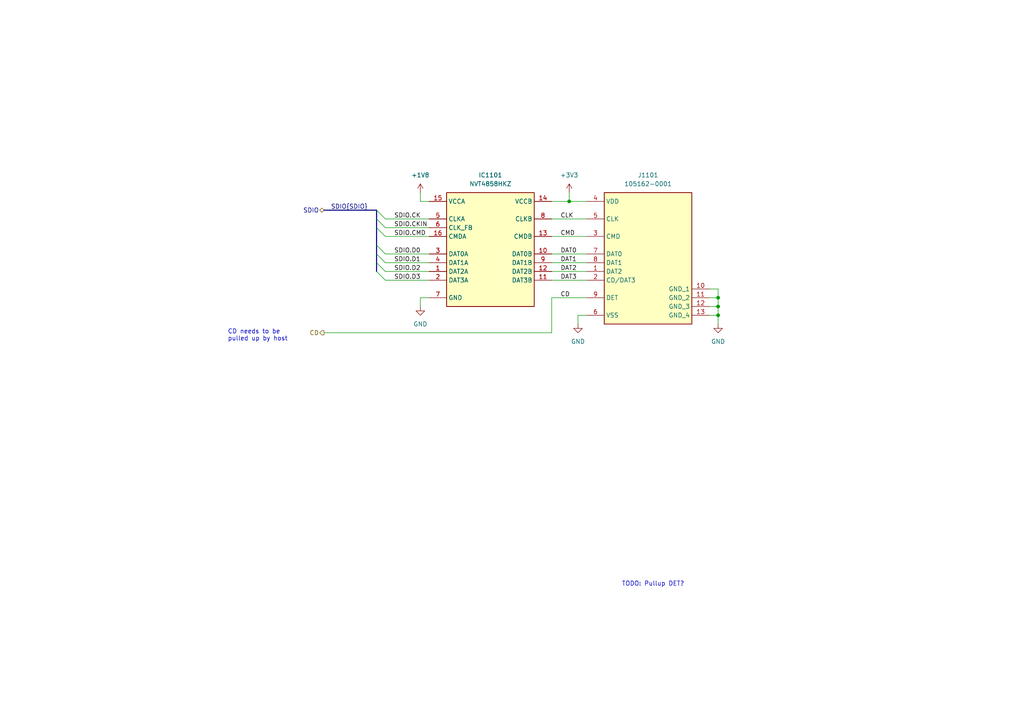
<source format=kicad_sch>
(kicad_sch (version 20230121) (generator eeschema)
  (paper "A4")
  (lib_symbols
    (symbol "105162-0001:105162-0001"
      (property "Reference" "J" (at 0 22.86 0))
      (property "Value" "105162-0001" (at 0 20.32 0))
      (symbol "105162-0001_1_1"
        (rectangle (start -12.7 17.78) (end 12.7 -20.32) (stroke (width 0.254)) (fill (type background)))
        (pin passive line (at -17.78 -5.08 0) (length 5.08) (name "DAT2") (number "1"))
        (pin passive line (at 17.78 -10.16 180) (length 5.08) (name "GND_1") (number "10"))
        (pin passive line (at 17.78 -12.7 180) (length 5.08) (name "GND_2") (number "11"))
        (pin passive line (at 17.78 -15.24 180) (length 5.08) (name "GND_3") (number "12"))
        (pin passive line (at 17.78 -17.78 180) (length 5.08) (name "GND_4") (number "13"))
        (pin passive line (at -17.78 -7.62 0) (length 5.08) (name "CD/DAT3") (number "2"))
        (pin passive line (at -17.78 5.08 0) (length 5.08) (name "CMD") (number "3"))
        (pin passive line (at -17.78 15.24 0) (length 5.08) (name "VDD") (number "4"))
        (pin passive line (at -17.78 10.16 0) (length 5.08) (name "CLK") (number "5"))
        (pin passive line (at -17.78 -17.78 0) (length 5.08) (name "VSS") (number "6"))
        (pin passive line (at -17.78 0 0) (length 5.08) (name "DAT0") (number "7"))
        (pin passive line (at -17.78 -2.54 0) (length 5.08) (name "DAT1") (number "8"))
        (pin passive line (at -17.78 -12.7 0) (length 5.08) (name "DET") (number "9"))
      )
    )
    (symbol "NVT4858HKZ:NVT4858HKZ"
      (property "Reference" "IC" (at 0 20.32 0))
      (property "Value" "NVT4858HKZ" (at 0 17.78 0))
      (symbol "NVT4858HKZ_1_1"
        (rectangle (start -12.7 15.24) (end 12.7 -17.78) (stroke (width 0.254)) (fill (type background)))
        (pin passive line (at -17.78 -7.62 0) (length 5.08) (name "DAT2A") (number "1"))
        (pin passive line (at 17.78 -2.54 180) (length 5.08) (name "DAT0B") (number "10"))
        (pin passive line (at 17.78 -10.16 180) (length 5.08) (name "DAT3B") (number "11"))
        (pin passive line (at 17.78 -7.62 180) (length 5.08) (name "DAT2B") (number "12"))
        (pin passive line (at 17.78 2.54 180) (length 5.08) (name "CMDB") (number "13"))
        (pin passive line (at 17.78 12.7 180) (length 5.08) (name "VCCB") (number "14"))
        (pin passive line (at -17.78 12.7 0) (length 5.08) (name "VCCA") (number "15"))
        (pin passive line (at -17.78 2.54 0) (length 5.08) (name "CMDA") (number "16"))
        (pin passive line (at -17.78 -10.16 0) (length 5.08) (name "DAT3A") (number "2"))
        (pin passive line (at -17.78 -2.54 0) (length 5.08) (name "DAT0A") (number "3"))
        (pin passive line (at -17.78 -5.08 0) (length 5.08) (name "DAT1A") (number "4"))
        (pin passive line (at -17.78 7.62 0) (length 5.08) (name "CLKA") (number "5"))
        (pin passive line (at -17.78 5.08 0) (length 5.08) (name "CLK_FB") (number "6"))
        (pin passive line (at -17.78 -15.24 0) (length 5.08) (name "GND") (number "7"))
        (pin passive line (at 17.78 7.62 180) (length 5.08) (name "CLKB") (number "8"))
        (pin passive line (at 17.78 -5.08 180) (length 5.08) (name "DAT1B") (number "9"))
      )
    )
    (symbol "power:+1V8" (power) (pin_names (offset 0))
      (property "Value" "+1V8" (at 0 3.556 0))
      (symbol "+1V8_0_1"
        (polyline (pts (xy -0.762 1.27) (xy 0 2.54)))
        (polyline (pts (xy 0 0) (xy 0 2.54)))
        (polyline (pts (xy 0 2.54) (xy 0.762 1.27)))
      )
      (symbol "+1V8_1_1"
        (pin power_in line (at 0 0 90) (length 0) hide (name "+1V8") (number "1"))
      )
    )
    (symbol "power:+3V3" (power) (pin_names (offset 0))
      (property "Value" "+3V3" (at 0 3.556 0))
      (symbol "+3V3_0_1"
        (polyline (pts (xy -0.762 1.27) (xy 0 2.54)))
        (polyline (pts (xy 0 0) (xy 0 2.54)))
        (polyline (pts (xy 0 2.54) (xy 0.762 1.27)))
      )
      (symbol "+3V3_1_1"
        (pin power_in line (at 0 0 90) (length 0) hide (name "+3V3") (number "1"))
      )
    )
    (symbol "power:GND" (power) (pin_names (offset 0))
      (property "Value" "GND" (at 0 -3.81 0))
      (symbol "GND_0_1"
        (polyline (pts (xy 0 0) (xy 0 -1.27) (xy 1.27 -1.27) (xy 0 -2.54) (xy -1.27 -1.27) (xy 0 -1.27)))
      )
      (symbol "GND_1_1"
        (pin power_in line (at 0 0 270) (length 0) hide (name "GND") (number "1"))
      )
    )
  )
  (junction (at 208.28 86.36))
  (junction (at 165.1 58.42))
  (junction (at 208.28 88.9))
  (junction (at 208.28 91.44))
  (bus_entry (at 109.22 78.74) (size 2.54 2.54))
  (bus_entry (at 109.22 71.12) (size 2.54 2.54))
  (bus_entry (at 109.22 63.5) (size 2.54 2.54))
  (bus_entry (at 109.22 66.04) (size 2.54 2.54))
  (bus_entry (at 109.22 60.96) (size 2.54 2.54))
  (bus_entry (at 109.22 76.2) (size 2.54 2.54))
  (bus_entry (at 109.22 73.66) (size 2.54 2.54))
  (wire (pts (xy 160.02 73.66) (xy 170.18 73.66)))
  (wire (pts (xy 111.76 76.2) (xy 124.46 76.2)))
  (bus (pts (xy 109.22 66.04) (xy 109.22 71.12)))
  (wire (pts (xy 111.76 78.74) (xy 124.46 78.74)))
  (wire (pts (xy 121.92 55.88) (xy 121.92 58.42)))
  (wire (pts (xy 160.02 78.74) (xy 170.18 78.74)))
  (wire (pts (xy 111.76 68.58) (xy 124.46 68.58)))
  (bus (pts (xy 109.22 60.96) (xy 93.98 60.96)))
  (bus (pts (xy 109.22 73.66) (xy 109.22 76.2)))
  (wire (pts (xy 160.02 81.28) (xy 170.18 81.28)))
  (wire (pts (xy 208.28 91.44) (xy 208.28 88.9)))
  (wire (pts (xy 165.1 58.42) (xy 170.18 58.42)))
  (wire (pts (xy 111.76 63.5) (xy 124.46 63.5)))
  (wire (pts (xy 208.28 86.36) (xy 208.28 83.82)))
  (bus (pts (xy 109.22 71.12) (xy 109.22 73.66)))
  (wire (pts (xy 165.1 55.88) (xy 165.1 58.42)))
  (wire (pts (xy 160.02 68.58) (xy 170.18 68.58)))
  (bus (pts (xy 109.22 60.96) (xy 109.22 63.5)))
  (wire (pts (xy 208.28 88.9) (xy 208.28 86.36)))
  (wire (pts (xy 208.28 83.82) (xy 205.74 83.82)))
  (wire (pts (xy 111.76 66.04) (xy 124.46 66.04)))
  (wire (pts (xy 111.76 73.66) (xy 124.46 73.66)))
  (bus (pts (xy 109.22 63.5) (xy 109.22 66.04)))
  (wire (pts (xy 111.76 81.28) (xy 124.46 81.28)))
  (bus (pts (xy 109.22 76.2) (xy 109.22 78.74)))
  (wire (pts (xy 160.02 96.52) (xy 160.02 86.36)))
  (wire (pts (xy 208.28 93.98) (xy 208.28 91.44)))
  (wire (pts (xy 167.64 91.44) (xy 170.18 91.44)))
  (wire (pts (xy 160.02 58.42) (xy 165.1 58.42)))
  (wire (pts (xy 121.92 58.42) (xy 124.46 58.42)))
  (wire (pts (xy 160.02 86.36) (xy 170.18 86.36)))
  (wire (pts (xy 208.28 91.44) (xy 205.74 91.44)))
  (wire (pts (xy 208.28 86.36) (xy 205.74 86.36)))
  (wire (pts (xy 121.92 86.36) (xy 124.46 86.36)))
  (wire (pts (xy 93.98 96.52) (xy 160.02 96.52)))
  (wire (pts (xy 160.02 76.2) (xy 170.18 76.2)))
  (wire (pts (xy 167.64 93.98) (xy 167.64 91.44)))
  (wire (pts (xy 121.92 88.9) (xy 121.92 86.36)))
  (wire (pts (xy 208.28 88.9) (xy 205.74 88.9)))
  (wire (pts (xy 160.02 63.5) (xy 170.18 63.5)))
  (text "TODO: Pullup DET?" (at 180.34 170.18 0) (effects (font (size 1.27 1.27)) (justify left bottom)))
  (text "CD needs to be\npulled up by host" (at 66.04 99.06 0) (effects (font (size 1.27 1.27)) (justify left bottom)))
  (label "DAT0" (at 162.56 73.66 0))
  (label "SDIO.D0" (at 114.3 73.66 0))
  (label "SDIO{SDIO}" (at 106.68 60.96 180))
  (label "SDIO.CKIN" (at 114.3 66.04 0))
  (label "SDIO.CMD" (at 114.3 68.58 0))
  (label "SDIO.D2" (at 114.3 78.74 0))
  (label "SDIO.D3" (at 114.3 81.28 0))
  (label "DAT1" (at 162.56 76.2 0))
  (label "CMD" (at 162.56 68.58 0))
  (label "CLK" (at 162.56 63.5 0))
  (label "CD" (at 162.56 86.36 0))
  (label "DAT2" (at 162.56 78.74 0))
  (label "SDIO.CK" (at 114.3 63.5 0))
  (label "DAT3" (at 162.56 81.28 0))
  (label "SDIO.D1" (at 114.3 76.2 0))
  (hierarchical_label "CD" (shape output) (at 93.98 96.52 180))
  (hierarchical_label "SDIO" (shape bidirectional) (at 93.98 60.96 180) (property "DSI" "DSI" (effects hide)))
  (symbol (lib_id "NVT4858HKZ:NVT4858HKZ") (at 142.24 71.12 0) (unit 1)
    (property "Reference" "IC1101" (at 142.24 50.8 0))
    (property "Value" "NVT4858HKZ" (at 142.24 53.34 0))
    (property "Footprint" "watch_footprints:NVT4858HKZ" (effects hide))
    (property "Datasheet" "https://www.nxp.com/part/NVT4858HK#/" (effects hide))
    (property "Height" "0.5" (effects hide))
    (property "Mouser Part Number" "771-NVT4858HKZ" (effects hide))
    (property "Mouser Price/Stock" "https://www.mouser.co.uk/ProductDetail/NXP-Semiconductors/NVT4858HKZ?qs=TuK3vfAjtkUQFuqXj%252BGfyA%3D%3D" (effects hide))
    (property "Manufacturer_Name" "NXP" (effects hide))
    (property "Manufacturer_Part_Number" "NVT4858HKZ" (effects hide))
  )
  (symbol (lib_id "power:GND") (at 208.28 93.98 0) (mirror y) (unit 1)
    (property "Reference" "#PWR01105" (effects hide))
    (property "Value" "GND" (at 208.28 99.06 0))
  )
  (symbol (lib_id "power:GND") (at 121.92 88.9 0) (unit 1)
    (property "Reference" "#PWR01102" (effects hide))
    (property "Value" "GND" (at 121.92 93.98 0))
  )
  (symbol (lib_id "power:GND") (at 167.64 93.98 0) (unit 1)
    (property "Reference" "#PWR01104" (effects hide))
    (property "Value" "GND" (at 167.64 99.06 0))
  )
  (symbol (lib_id "power:+3V3") (at 165.1 55.88 0) (unit 1)
    (property "Reference" "#PWR01103" (effects hide))
    (property "Value" "+3V3" (at 165.1 50.8 0))
  )
  (symbol (lib_id "power:+1V8") (at 121.92 55.88 0) (unit 1)
    (property "Reference" "#PWR01101" (effects hide))
    (property "Value" "+1V8" (at 121.92 50.8 0))
  )
  (symbol (lib_id "105162-0001:105162-0001") (at 187.96 73.66 0) (unit 1)
    (property "Reference" "J1101" (at 187.96 50.8 0))
    (property "Value" "105162-0001" (at 187.96 53.34 0))
    (property "Footprint" "105162-0001" (effects hide))
    (property "Datasheet" "http://www.molex.com/webdocs/datasheets/pdf/en-us//1051620001_MEMORY_CARD_SOCKET.pdf" (effects hide))
    (property "Mouser Part Number" "538-105162-0001" (effects hide))
    (property "Mouser Price/Stock" "https://www.mouser.co.uk/ProductDetail/Molex/105162-0001?qs=1fNsfHe5VsK8daqlgKxZfQ%3D%3D" (effects hide))
    (property "Manufacturer_Name" "Molex" (effects hide))
    (property "Manufacturer_Part_Number" "105162-0001" (effects hide))
  )
)
</source>
